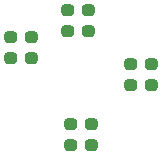
<source format=gbr>
G04 #@! TF.GenerationSoftware,KiCad,Pcbnew,(5.1.0)-1*
G04 #@! TF.CreationDate,2019-03-25T06:45:32-06:00*
G04 #@! TF.ProjectId,ParkingSystem,5061726b-696e-4675-9379-7374656d2e6b,v01*
G04 #@! TF.SameCoordinates,Original*
G04 #@! TF.FileFunction,Paste,Bot*
G04 #@! TF.FilePolarity,Positive*
%FSLAX46Y46*%
G04 Gerber Fmt 4.6, Leading zero omitted, Abs format (unit mm)*
G04 Created by KiCad (PCBNEW (5.1.0)-1) date 2019-03-25 06:45:32*
%MOMM*%
%LPD*%
G04 APERTURE LIST*
%ADD10C,0.100000*%
%ADD11C,0.950000*%
G04 APERTURE END LIST*
D10*
G36*
X95955779Y-56168144D02*
G01*
X95978834Y-56171563D01*
X96001443Y-56177227D01*
X96023387Y-56185079D01*
X96044457Y-56195044D01*
X96064448Y-56207026D01*
X96083168Y-56220910D01*
X96100438Y-56236562D01*
X96116090Y-56253832D01*
X96129974Y-56272552D01*
X96141956Y-56292543D01*
X96151921Y-56313613D01*
X96159773Y-56335557D01*
X96165437Y-56358166D01*
X96168856Y-56381221D01*
X96170000Y-56404500D01*
X96170000Y-56879500D01*
X96168856Y-56902779D01*
X96165437Y-56925834D01*
X96159773Y-56948443D01*
X96151921Y-56970387D01*
X96141956Y-56991457D01*
X96129974Y-57011448D01*
X96116090Y-57030168D01*
X96100438Y-57047438D01*
X96083168Y-57063090D01*
X96064448Y-57076974D01*
X96044457Y-57088956D01*
X96023387Y-57098921D01*
X96001443Y-57106773D01*
X95978834Y-57112437D01*
X95955779Y-57115856D01*
X95932500Y-57117000D01*
X95357500Y-57117000D01*
X95334221Y-57115856D01*
X95311166Y-57112437D01*
X95288557Y-57106773D01*
X95266613Y-57098921D01*
X95245543Y-57088956D01*
X95225552Y-57076974D01*
X95206832Y-57063090D01*
X95189562Y-57047438D01*
X95173910Y-57030168D01*
X95160026Y-57011448D01*
X95148044Y-56991457D01*
X95138079Y-56970387D01*
X95130227Y-56948443D01*
X95124563Y-56925834D01*
X95121144Y-56902779D01*
X95120000Y-56879500D01*
X95120000Y-56404500D01*
X95121144Y-56381221D01*
X95124563Y-56358166D01*
X95130227Y-56335557D01*
X95138079Y-56313613D01*
X95148044Y-56292543D01*
X95160026Y-56272552D01*
X95173910Y-56253832D01*
X95189562Y-56236562D01*
X95206832Y-56220910D01*
X95225552Y-56207026D01*
X95245543Y-56195044D01*
X95266613Y-56185079D01*
X95288557Y-56177227D01*
X95311166Y-56171563D01*
X95334221Y-56168144D01*
X95357500Y-56167000D01*
X95932500Y-56167000D01*
X95955779Y-56168144D01*
X95955779Y-56168144D01*
G37*
D11*
X95645000Y-56642000D03*
D10*
G36*
X97705779Y-56168144D02*
G01*
X97728834Y-56171563D01*
X97751443Y-56177227D01*
X97773387Y-56185079D01*
X97794457Y-56195044D01*
X97814448Y-56207026D01*
X97833168Y-56220910D01*
X97850438Y-56236562D01*
X97866090Y-56253832D01*
X97879974Y-56272552D01*
X97891956Y-56292543D01*
X97901921Y-56313613D01*
X97909773Y-56335557D01*
X97915437Y-56358166D01*
X97918856Y-56381221D01*
X97920000Y-56404500D01*
X97920000Y-56879500D01*
X97918856Y-56902779D01*
X97915437Y-56925834D01*
X97909773Y-56948443D01*
X97901921Y-56970387D01*
X97891956Y-56991457D01*
X97879974Y-57011448D01*
X97866090Y-57030168D01*
X97850438Y-57047438D01*
X97833168Y-57063090D01*
X97814448Y-57076974D01*
X97794457Y-57088956D01*
X97773387Y-57098921D01*
X97751443Y-57106773D01*
X97728834Y-57112437D01*
X97705779Y-57115856D01*
X97682500Y-57117000D01*
X97107500Y-57117000D01*
X97084221Y-57115856D01*
X97061166Y-57112437D01*
X97038557Y-57106773D01*
X97016613Y-57098921D01*
X96995543Y-57088956D01*
X96975552Y-57076974D01*
X96956832Y-57063090D01*
X96939562Y-57047438D01*
X96923910Y-57030168D01*
X96910026Y-57011448D01*
X96898044Y-56991457D01*
X96888079Y-56970387D01*
X96880227Y-56948443D01*
X96874563Y-56925834D01*
X96871144Y-56902779D01*
X96870000Y-56879500D01*
X96870000Y-56404500D01*
X96871144Y-56381221D01*
X96874563Y-56358166D01*
X96880227Y-56335557D01*
X96888079Y-56313613D01*
X96898044Y-56292543D01*
X96910026Y-56272552D01*
X96923910Y-56253832D01*
X96939562Y-56236562D01*
X96956832Y-56220910D01*
X96975552Y-56207026D01*
X96995543Y-56195044D01*
X97016613Y-56185079D01*
X97038557Y-56177227D01*
X97061166Y-56171563D01*
X97084221Y-56168144D01*
X97107500Y-56167000D01*
X97682500Y-56167000D01*
X97705779Y-56168144D01*
X97705779Y-56168144D01*
G37*
D11*
X97395000Y-56642000D03*
D10*
G36*
X101035779Y-63534144D02*
G01*
X101058834Y-63537563D01*
X101081443Y-63543227D01*
X101103387Y-63551079D01*
X101124457Y-63561044D01*
X101144448Y-63573026D01*
X101163168Y-63586910D01*
X101180438Y-63602562D01*
X101196090Y-63619832D01*
X101209974Y-63638552D01*
X101221956Y-63658543D01*
X101231921Y-63679613D01*
X101239773Y-63701557D01*
X101245437Y-63724166D01*
X101248856Y-63747221D01*
X101250000Y-63770500D01*
X101250000Y-64245500D01*
X101248856Y-64268779D01*
X101245437Y-64291834D01*
X101239773Y-64314443D01*
X101231921Y-64336387D01*
X101221956Y-64357457D01*
X101209974Y-64377448D01*
X101196090Y-64396168D01*
X101180438Y-64413438D01*
X101163168Y-64429090D01*
X101144448Y-64442974D01*
X101124457Y-64454956D01*
X101103387Y-64464921D01*
X101081443Y-64472773D01*
X101058834Y-64478437D01*
X101035779Y-64481856D01*
X101012500Y-64483000D01*
X100437500Y-64483000D01*
X100414221Y-64481856D01*
X100391166Y-64478437D01*
X100368557Y-64472773D01*
X100346613Y-64464921D01*
X100325543Y-64454956D01*
X100305552Y-64442974D01*
X100286832Y-64429090D01*
X100269562Y-64413438D01*
X100253910Y-64396168D01*
X100240026Y-64377448D01*
X100228044Y-64357457D01*
X100218079Y-64336387D01*
X100210227Y-64314443D01*
X100204563Y-64291834D01*
X100201144Y-64268779D01*
X100200000Y-64245500D01*
X100200000Y-63770500D01*
X100201144Y-63747221D01*
X100204563Y-63724166D01*
X100210227Y-63701557D01*
X100218079Y-63679613D01*
X100228044Y-63658543D01*
X100240026Y-63638552D01*
X100253910Y-63619832D01*
X100269562Y-63602562D01*
X100286832Y-63586910D01*
X100305552Y-63573026D01*
X100325543Y-63561044D01*
X100346613Y-63551079D01*
X100368557Y-63543227D01*
X100391166Y-63537563D01*
X100414221Y-63534144D01*
X100437500Y-63533000D01*
X101012500Y-63533000D01*
X101035779Y-63534144D01*
X101035779Y-63534144D01*
G37*
D11*
X100725000Y-64008000D03*
D10*
G36*
X102785779Y-63534144D02*
G01*
X102808834Y-63537563D01*
X102831443Y-63543227D01*
X102853387Y-63551079D01*
X102874457Y-63561044D01*
X102894448Y-63573026D01*
X102913168Y-63586910D01*
X102930438Y-63602562D01*
X102946090Y-63619832D01*
X102959974Y-63638552D01*
X102971956Y-63658543D01*
X102981921Y-63679613D01*
X102989773Y-63701557D01*
X102995437Y-63724166D01*
X102998856Y-63747221D01*
X103000000Y-63770500D01*
X103000000Y-64245500D01*
X102998856Y-64268779D01*
X102995437Y-64291834D01*
X102989773Y-64314443D01*
X102981921Y-64336387D01*
X102971956Y-64357457D01*
X102959974Y-64377448D01*
X102946090Y-64396168D01*
X102930438Y-64413438D01*
X102913168Y-64429090D01*
X102894448Y-64442974D01*
X102874457Y-64454956D01*
X102853387Y-64464921D01*
X102831443Y-64472773D01*
X102808834Y-64478437D01*
X102785779Y-64481856D01*
X102762500Y-64483000D01*
X102187500Y-64483000D01*
X102164221Y-64481856D01*
X102141166Y-64478437D01*
X102118557Y-64472773D01*
X102096613Y-64464921D01*
X102075543Y-64454956D01*
X102055552Y-64442974D01*
X102036832Y-64429090D01*
X102019562Y-64413438D01*
X102003910Y-64396168D01*
X101990026Y-64377448D01*
X101978044Y-64357457D01*
X101968079Y-64336387D01*
X101960227Y-64314443D01*
X101954563Y-64291834D01*
X101951144Y-64268779D01*
X101950000Y-64245500D01*
X101950000Y-63770500D01*
X101951144Y-63747221D01*
X101954563Y-63724166D01*
X101960227Y-63701557D01*
X101968079Y-63679613D01*
X101978044Y-63658543D01*
X101990026Y-63638552D01*
X102003910Y-63619832D01*
X102019562Y-63602562D01*
X102036832Y-63586910D01*
X102055552Y-63573026D01*
X102075543Y-63561044D01*
X102096613Y-63551079D01*
X102118557Y-63543227D01*
X102141166Y-63537563D01*
X102164221Y-63534144D01*
X102187500Y-63533000D01*
X102762500Y-63533000D01*
X102785779Y-63534144D01*
X102785779Y-63534144D01*
G37*
D11*
X102475000Y-64008000D03*
D10*
G36*
X106115779Y-56676144D02*
G01*
X106138834Y-56679563D01*
X106161443Y-56685227D01*
X106183387Y-56693079D01*
X106204457Y-56703044D01*
X106224448Y-56715026D01*
X106243168Y-56728910D01*
X106260438Y-56744562D01*
X106276090Y-56761832D01*
X106289974Y-56780552D01*
X106301956Y-56800543D01*
X106311921Y-56821613D01*
X106319773Y-56843557D01*
X106325437Y-56866166D01*
X106328856Y-56889221D01*
X106330000Y-56912500D01*
X106330000Y-57387500D01*
X106328856Y-57410779D01*
X106325437Y-57433834D01*
X106319773Y-57456443D01*
X106311921Y-57478387D01*
X106301956Y-57499457D01*
X106289974Y-57519448D01*
X106276090Y-57538168D01*
X106260438Y-57555438D01*
X106243168Y-57571090D01*
X106224448Y-57584974D01*
X106204457Y-57596956D01*
X106183387Y-57606921D01*
X106161443Y-57614773D01*
X106138834Y-57620437D01*
X106115779Y-57623856D01*
X106092500Y-57625000D01*
X105517500Y-57625000D01*
X105494221Y-57623856D01*
X105471166Y-57620437D01*
X105448557Y-57614773D01*
X105426613Y-57606921D01*
X105405543Y-57596956D01*
X105385552Y-57584974D01*
X105366832Y-57571090D01*
X105349562Y-57555438D01*
X105333910Y-57538168D01*
X105320026Y-57519448D01*
X105308044Y-57499457D01*
X105298079Y-57478387D01*
X105290227Y-57456443D01*
X105284563Y-57433834D01*
X105281144Y-57410779D01*
X105280000Y-57387500D01*
X105280000Y-56912500D01*
X105281144Y-56889221D01*
X105284563Y-56866166D01*
X105290227Y-56843557D01*
X105298079Y-56821613D01*
X105308044Y-56800543D01*
X105320026Y-56780552D01*
X105333910Y-56761832D01*
X105349562Y-56744562D01*
X105366832Y-56728910D01*
X105385552Y-56715026D01*
X105405543Y-56703044D01*
X105426613Y-56693079D01*
X105448557Y-56685227D01*
X105471166Y-56679563D01*
X105494221Y-56676144D01*
X105517500Y-56675000D01*
X106092500Y-56675000D01*
X106115779Y-56676144D01*
X106115779Y-56676144D01*
G37*
D11*
X105805000Y-57150000D03*
D10*
G36*
X107865779Y-56676144D02*
G01*
X107888834Y-56679563D01*
X107911443Y-56685227D01*
X107933387Y-56693079D01*
X107954457Y-56703044D01*
X107974448Y-56715026D01*
X107993168Y-56728910D01*
X108010438Y-56744562D01*
X108026090Y-56761832D01*
X108039974Y-56780552D01*
X108051956Y-56800543D01*
X108061921Y-56821613D01*
X108069773Y-56843557D01*
X108075437Y-56866166D01*
X108078856Y-56889221D01*
X108080000Y-56912500D01*
X108080000Y-57387500D01*
X108078856Y-57410779D01*
X108075437Y-57433834D01*
X108069773Y-57456443D01*
X108061921Y-57478387D01*
X108051956Y-57499457D01*
X108039974Y-57519448D01*
X108026090Y-57538168D01*
X108010438Y-57555438D01*
X107993168Y-57571090D01*
X107974448Y-57584974D01*
X107954457Y-57596956D01*
X107933387Y-57606921D01*
X107911443Y-57614773D01*
X107888834Y-57620437D01*
X107865779Y-57623856D01*
X107842500Y-57625000D01*
X107267500Y-57625000D01*
X107244221Y-57623856D01*
X107221166Y-57620437D01*
X107198557Y-57614773D01*
X107176613Y-57606921D01*
X107155543Y-57596956D01*
X107135552Y-57584974D01*
X107116832Y-57571090D01*
X107099562Y-57555438D01*
X107083910Y-57538168D01*
X107070026Y-57519448D01*
X107058044Y-57499457D01*
X107048079Y-57478387D01*
X107040227Y-57456443D01*
X107034563Y-57433834D01*
X107031144Y-57410779D01*
X107030000Y-57387500D01*
X107030000Y-56912500D01*
X107031144Y-56889221D01*
X107034563Y-56866166D01*
X107040227Y-56843557D01*
X107048079Y-56821613D01*
X107058044Y-56800543D01*
X107070026Y-56780552D01*
X107083910Y-56761832D01*
X107099562Y-56744562D01*
X107116832Y-56728910D01*
X107135552Y-56715026D01*
X107155543Y-56703044D01*
X107176613Y-56693079D01*
X107198557Y-56685227D01*
X107221166Y-56679563D01*
X107244221Y-56676144D01*
X107267500Y-56675000D01*
X107842500Y-56675000D01*
X107865779Y-56676144D01*
X107865779Y-56676144D01*
G37*
D11*
X107555000Y-57150000D03*
D10*
G36*
X101035779Y-61756144D02*
G01*
X101058834Y-61759563D01*
X101081443Y-61765227D01*
X101103387Y-61773079D01*
X101124457Y-61783044D01*
X101144448Y-61795026D01*
X101163168Y-61808910D01*
X101180438Y-61824562D01*
X101196090Y-61841832D01*
X101209974Y-61860552D01*
X101221956Y-61880543D01*
X101231921Y-61901613D01*
X101239773Y-61923557D01*
X101245437Y-61946166D01*
X101248856Y-61969221D01*
X101250000Y-61992500D01*
X101250000Y-62467500D01*
X101248856Y-62490779D01*
X101245437Y-62513834D01*
X101239773Y-62536443D01*
X101231921Y-62558387D01*
X101221956Y-62579457D01*
X101209974Y-62599448D01*
X101196090Y-62618168D01*
X101180438Y-62635438D01*
X101163168Y-62651090D01*
X101144448Y-62664974D01*
X101124457Y-62676956D01*
X101103387Y-62686921D01*
X101081443Y-62694773D01*
X101058834Y-62700437D01*
X101035779Y-62703856D01*
X101012500Y-62705000D01*
X100437500Y-62705000D01*
X100414221Y-62703856D01*
X100391166Y-62700437D01*
X100368557Y-62694773D01*
X100346613Y-62686921D01*
X100325543Y-62676956D01*
X100305552Y-62664974D01*
X100286832Y-62651090D01*
X100269562Y-62635438D01*
X100253910Y-62618168D01*
X100240026Y-62599448D01*
X100228044Y-62579457D01*
X100218079Y-62558387D01*
X100210227Y-62536443D01*
X100204563Y-62513834D01*
X100201144Y-62490779D01*
X100200000Y-62467500D01*
X100200000Y-61992500D01*
X100201144Y-61969221D01*
X100204563Y-61946166D01*
X100210227Y-61923557D01*
X100218079Y-61901613D01*
X100228044Y-61880543D01*
X100240026Y-61860552D01*
X100253910Y-61841832D01*
X100269562Y-61824562D01*
X100286832Y-61808910D01*
X100305552Y-61795026D01*
X100325543Y-61783044D01*
X100346613Y-61773079D01*
X100368557Y-61765227D01*
X100391166Y-61759563D01*
X100414221Y-61756144D01*
X100437500Y-61755000D01*
X101012500Y-61755000D01*
X101035779Y-61756144D01*
X101035779Y-61756144D01*
G37*
D11*
X100725000Y-62230000D03*
D10*
G36*
X102785779Y-61756144D02*
G01*
X102808834Y-61759563D01*
X102831443Y-61765227D01*
X102853387Y-61773079D01*
X102874457Y-61783044D01*
X102894448Y-61795026D01*
X102913168Y-61808910D01*
X102930438Y-61824562D01*
X102946090Y-61841832D01*
X102959974Y-61860552D01*
X102971956Y-61880543D01*
X102981921Y-61901613D01*
X102989773Y-61923557D01*
X102995437Y-61946166D01*
X102998856Y-61969221D01*
X103000000Y-61992500D01*
X103000000Y-62467500D01*
X102998856Y-62490779D01*
X102995437Y-62513834D01*
X102989773Y-62536443D01*
X102981921Y-62558387D01*
X102971956Y-62579457D01*
X102959974Y-62599448D01*
X102946090Y-62618168D01*
X102930438Y-62635438D01*
X102913168Y-62651090D01*
X102894448Y-62664974D01*
X102874457Y-62676956D01*
X102853387Y-62686921D01*
X102831443Y-62694773D01*
X102808834Y-62700437D01*
X102785779Y-62703856D01*
X102762500Y-62705000D01*
X102187500Y-62705000D01*
X102164221Y-62703856D01*
X102141166Y-62700437D01*
X102118557Y-62694773D01*
X102096613Y-62686921D01*
X102075543Y-62676956D01*
X102055552Y-62664974D01*
X102036832Y-62651090D01*
X102019562Y-62635438D01*
X102003910Y-62618168D01*
X101990026Y-62599448D01*
X101978044Y-62579457D01*
X101968079Y-62558387D01*
X101960227Y-62536443D01*
X101954563Y-62513834D01*
X101951144Y-62490779D01*
X101950000Y-62467500D01*
X101950000Y-61992500D01*
X101951144Y-61969221D01*
X101954563Y-61946166D01*
X101960227Y-61923557D01*
X101968079Y-61901613D01*
X101978044Y-61880543D01*
X101990026Y-61860552D01*
X102003910Y-61841832D01*
X102019562Y-61824562D01*
X102036832Y-61808910D01*
X102055552Y-61795026D01*
X102075543Y-61783044D01*
X102096613Y-61773079D01*
X102118557Y-61765227D01*
X102141166Y-61759563D01*
X102164221Y-61756144D01*
X102187500Y-61755000D01*
X102762500Y-61755000D01*
X102785779Y-61756144D01*
X102785779Y-61756144D01*
G37*
D11*
X102475000Y-62230000D03*
D10*
G36*
X106115779Y-58454144D02*
G01*
X106138834Y-58457563D01*
X106161443Y-58463227D01*
X106183387Y-58471079D01*
X106204457Y-58481044D01*
X106224448Y-58493026D01*
X106243168Y-58506910D01*
X106260438Y-58522562D01*
X106276090Y-58539832D01*
X106289974Y-58558552D01*
X106301956Y-58578543D01*
X106311921Y-58599613D01*
X106319773Y-58621557D01*
X106325437Y-58644166D01*
X106328856Y-58667221D01*
X106330000Y-58690500D01*
X106330000Y-59165500D01*
X106328856Y-59188779D01*
X106325437Y-59211834D01*
X106319773Y-59234443D01*
X106311921Y-59256387D01*
X106301956Y-59277457D01*
X106289974Y-59297448D01*
X106276090Y-59316168D01*
X106260438Y-59333438D01*
X106243168Y-59349090D01*
X106224448Y-59362974D01*
X106204457Y-59374956D01*
X106183387Y-59384921D01*
X106161443Y-59392773D01*
X106138834Y-59398437D01*
X106115779Y-59401856D01*
X106092500Y-59403000D01*
X105517500Y-59403000D01*
X105494221Y-59401856D01*
X105471166Y-59398437D01*
X105448557Y-59392773D01*
X105426613Y-59384921D01*
X105405543Y-59374956D01*
X105385552Y-59362974D01*
X105366832Y-59349090D01*
X105349562Y-59333438D01*
X105333910Y-59316168D01*
X105320026Y-59297448D01*
X105308044Y-59277457D01*
X105298079Y-59256387D01*
X105290227Y-59234443D01*
X105284563Y-59211834D01*
X105281144Y-59188779D01*
X105280000Y-59165500D01*
X105280000Y-58690500D01*
X105281144Y-58667221D01*
X105284563Y-58644166D01*
X105290227Y-58621557D01*
X105298079Y-58599613D01*
X105308044Y-58578543D01*
X105320026Y-58558552D01*
X105333910Y-58539832D01*
X105349562Y-58522562D01*
X105366832Y-58506910D01*
X105385552Y-58493026D01*
X105405543Y-58481044D01*
X105426613Y-58471079D01*
X105448557Y-58463227D01*
X105471166Y-58457563D01*
X105494221Y-58454144D01*
X105517500Y-58453000D01*
X106092500Y-58453000D01*
X106115779Y-58454144D01*
X106115779Y-58454144D01*
G37*
D11*
X105805000Y-58928000D03*
D10*
G36*
X107865779Y-58454144D02*
G01*
X107888834Y-58457563D01*
X107911443Y-58463227D01*
X107933387Y-58471079D01*
X107954457Y-58481044D01*
X107974448Y-58493026D01*
X107993168Y-58506910D01*
X108010438Y-58522562D01*
X108026090Y-58539832D01*
X108039974Y-58558552D01*
X108051956Y-58578543D01*
X108061921Y-58599613D01*
X108069773Y-58621557D01*
X108075437Y-58644166D01*
X108078856Y-58667221D01*
X108080000Y-58690500D01*
X108080000Y-59165500D01*
X108078856Y-59188779D01*
X108075437Y-59211834D01*
X108069773Y-59234443D01*
X108061921Y-59256387D01*
X108051956Y-59277457D01*
X108039974Y-59297448D01*
X108026090Y-59316168D01*
X108010438Y-59333438D01*
X107993168Y-59349090D01*
X107974448Y-59362974D01*
X107954457Y-59374956D01*
X107933387Y-59384921D01*
X107911443Y-59392773D01*
X107888834Y-59398437D01*
X107865779Y-59401856D01*
X107842500Y-59403000D01*
X107267500Y-59403000D01*
X107244221Y-59401856D01*
X107221166Y-59398437D01*
X107198557Y-59392773D01*
X107176613Y-59384921D01*
X107155543Y-59374956D01*
X107135552Y-59362974D01*
X107116832Y-59349090D01*
X107099562Y-59333438D01*
X107083910Y-59316168D01*
X107070026Y-59297448D01*
X107058044Y-59277457D01*
X107048079Y-59256387D01*
X107040227Y-59234443D01*
X107034563Y-59211834D01*
X107031144Y-59188779D01*
X107030000Y-59165500D01*
X107030000Y-58690500D01*
X107031144Y-58667221D01*
X107034563Y-58644166D01*
X107040227Y-58621557D01*
X107048079Y-58599613D01*
X107058044Y-58578543D01*
X107070026Y-58558552D01*
X107083910Y-58539832D01*
X107099562Y-58522562D01*
X107116832Y-58506910D01*
X107135552Y-58493026D01*
X107155543Y-58481044D01*
X107176613Y-58471079D01*
X107198557Y-58463227D01*
X107221166Y-58457563D01*
X107244221Y-58454144D01*
X107267500Y-58453000D01*
X107842500Y-58453000D01*
X107865779Y-58454144D01*
X107865779Y-58454144D01*
G37*
D11*
X107555000Y-58928000D03*
D10*
G36*
X95955779Y-54390144D02*
G01*
X95978834Y-54393563D01*
X96001443Y-54399227D01*
X96023387Y-54407079D01*
X96044457Y-54417044D01*
X96064448Y-54429026D01*
X96083168Y-54442910D01*
X96100438Y-54458562D01*
X96116090Y-54475832D01*
X96129974Y-54494552D01*
X96141956Y-54514543D01*
X96151921Y-54535613D01*
X96159773Y-54557557D01*
X96165437Y-54580166D01*
X96168856Y-54603221D01*
X96170000Y-54626500D01*
X96170000Y-55101500D01*
X96168856Y-55124779D01*
X96165437Y-55147834D01*
X96159773Y-55170443D01*
X96151921Y-55192387D01*
X96141956Y-55213457D01*
X96129974Y-55233448D01*
X96116090Y-55252168D01*
X96100438Y-55269438D01*
X96083168Y-55285090D01*
X96064448Y-55298974D01*
X96044457Y-55310956D01*
X96023387Y-55320921D01*
X96001443Y-55328773D01*
X95978834Y-55334437D01*
X95955779Y-55337856D01*
X95932500Y-55339000D01*
X95357500Y-55339000D01*
X95334221Y-55337856D01*
X95311166Y-55334437D01*
X95288557Y-55328773D01*
X95266613Y-55320921D01*
X95245543Y-55310956D01*
X95225552Y-55298974D01*
X95206832Y-55285090D01*
X95189562Y-55269438D01*
X95173910Y-55252168D01*
X95160026Y-55233448D01*
X95148044Y-55213457D01*
X95138079Y-55192387D01*
X95130227Y-55170443D01*
X95124563Y-55147834D01*
X95121144Y-55124779D01*
X95120000Y-55101500D01*
X95120000Y-54626500D01*
X95121144Y-54603221D01*
X95124563Y-54580166D01*
X95130227Y-54557557D01*
X95138079Y-54535613D01*
X95148044Y-54514543D01*
X95160026Y-54494552D01*
X95173910Y-54475832D01*
X95189562Y-54458562D01*
X95206832Y-54442910D01*
X95225552Y-54429026D01*
X95245543Y-54417044D01*
X95266613Y-54407079D01*
X95288557Y-54399227D01*
X95311166Y-54393563D01*
X95334221Y-54390144D01*
X95357500Y-54389000D01*
X95932500Y-54389000D01*
X95955779Y-54390144D01*
X95955779Y-54390144D01*
G37*
D11*
X95645000Y-54864000D03*
D10*
G36*
X97705779Y-54390144D02*
G01*
X97728834Y-54393563D01*
X97751443Y-54399227D01*
X97773387Y-54407079D01*
X97794457Y-54417044D01*
X97814448Y-54429026D01*
X97833168Y-54442910D01*
X97850438Y-54458562D01*
X97866090Y-54475832D01*
X97879974Y-54494552D01*
X97891956Y-54514543D01*
X97901921Y-54535613D01*
X97909773Y-54557557D01*
X97915437Y-54580166D01*
X97918856Y-54603221D01*
X97920000Y-54626500D01*
X97920000Y-55101500D01*
X97918856Y-55124779D01*
X97915437Y-55147834D01*
X97909773Y-55170443D01*
X97901921Y-55192387D01*
X97891956Y-55213457D01*
X97879974Y-55233448D01*
X97866090Y-55252168D01*
X97850438Y-55269438D01*
X97833168Y-55285090D01*
X97814448Y-55298974D01*
X97794457Y-55310956D01*
X97773387Y-55320921D01*
X97751443Y-55328773D01*
X97728834Y-55334437D01*
X97705779Y-55337856D01*
X97682500Y-55339000D01*
X97107500Y-55339000D01*
X97084221Y-55337856D01*
X97061166Y-55334437D01*
X97038557Y-55328773D01*
X97016613Y-55320921D01*
X96995543Y-55310956D01*
X96975552Y-55298974D01*
X96956832Y-55285090D01*
X96939562Y-55269438D01*
X96923910Y-55252168D01*
X96910026Y-55233448D01*
X96898044Y-55213457D01*
X96888079Y-55192387D01*
X96880227Y-55170443D01*
X96874563Y-55147834D01*
X96871144Y-55124779D01*
X96870000Y-55101500D01*
X96870000Y-54626500D01*
X96871144Y-54603221D01*
X96874563Y-54580166D01*
X96880227Y-54557557D01*
X96888079Y-54535613D01*
X96898044Y-54514543D01*
X96910026Y-54494552D01*
X96923910Y-54475832D01*
X96939562Y-54458562D01*
X96956832Y-54442910D01*
X96975552Y-54429026D01*
X96995543Y-54417044D01*
X97016613Y-54407079D01*
X97038557Y-54399227D01*
X97061166Y-54393563D01*
X97084221Y-54390144D01*
X97107500Y-54389000D01*
X97682500Y-54389000D01*
X97705779Y-54390144D01*
X97705779Y-54390144D01*
G37*
D11*
X97395000Y-54864000D03*
D10*
G36*
X100781779Y-52104144D02*
G01*
X100804834Y-52107563D01*
X100827443Y-52113227D01*
X100849387Y-52121079D01*
X100870457Y-52131044D01*
X100890448Y-52143026D01*
X100909168Y-52156910D01*
X100926438Y-52172562D01*
X100942090Y-52189832D01*
X100955974Y-52208552D01*
X100967956Y-52228543D01*
X100977921Y-52249613D01*
X100985773Y-52271557D01*
X100991437Y-52294166D01*
X100994856Y-52317221D01*
X100996000Y-52340500D01*
X100996000Y-52815500D01*
X100994856Y-52838779D01*
X100991437Y-52861834D01*
X100985773Y-52884443D01*
X100977921Y-52906387D01*
X100967956Y-52927457D01*
X100955974Y-52947448D01*
X100942090Y-52966168D01*
X100926438Y-52983438D01*
X100909168Y-52999090D01*
X100890448Y-53012974D01*
X100870457Y-53024956D01*
X100849387Y-53034921D01*
X100827443Y-53042773D01*
X100804834Y-53048437D01*
X100781779Y-53051856D01*
X100758500Y-53053000D01*
X100183500Y-53053000D01*
X100160221Y-53051856D01*
X100137166Y-53048437D01*
X100114557Y-53042773D01*
X100092613Y-53034921D01*
X100071543Y-53024956D01*
X100051552Y-53012974D01*
X100032832Y-52999090D01*
X100015562Y-52983438D01*
X99999910Y-52966168D01*
X99986026Y-52947448D01*
X99974044Y-52927457D01*
X99964079Y-52906387D01*
X99956227Y-52884443D01*
X99950563Y-52861834D01*
X99947144Y-52838779D01*
X99946000Y-52815500D01*
X99946000Y-52340500D01*
X99947144Y-52317221D01*
X99950563Y-52294166D01*
X99956227Y-52271557D01*
X99964079Y-52249613D01*
X99974044Y-52228543D01*
X99986026Y-52208552D01*
X99999910Y-52189832D01*
X100015562Y-52172562D01*
X100032832Y-52156910D01*
X100051552Y-52143026D01*
X100071543Y-52131044D01*
X100092613Y-52121079D01*
X100114557Y-52113227D01*
X100137166Y-52107563D01*
X100160221Y-52104144D01*
X100183500Y-52103000D01*
X100758500Y-52103000D01*
X100781779Y-52104144D01*
X100781779Y-52104144D01*
G37*
D11*
X100471000Y-52578000D03*
D10*
G36*
X102531779Y-52104144D02*
G01*
X102554834Y-52107563D01*
X102577443Y-52113227D01*
X102599387Y-52121079D01*
X102620457Y-52131044D01*
X102640448Y-52143026D01*
X102659168Y-52156910D01*
X102676438Y-52172562D01*
X102692090Y-52189832D01*
X102705974Y-52208552D01*
X102717956Y-52228543D01*
X102727921Y-52249613D01*
X102735773Y-52271557D01*
X102741437Y-52294166D01*
X102744856Y-52317221D01*
X102746000Y-52340500D01*
X102746000Y-52815500D01*
X102744856Y-52838779D01*
X102741437Y-52861834D01*
X102735773Y-52884443D01*
X102727921Y-52906387D01*
X102717956Y-52927457D01*
X102705974Y-52947448D01*
X102692090Y-52966168D01*
X102676438Y-52983438D01*
X102659168Y-52999090D01*
X102640448Y-53012974D01*
X102620457Y-53024956D01*
X102599387Y-53034921D01*
X102577443Y-53042773D01*
X102554834Y-53048437D01*
X102531779Y-53051856D01*
X102508500Y-53053000D01*
X101933500Y-53053000D01*
X101910221Y-53051856D01*
X101887166Y-53048437D01*
X101864557Y-53042773D01*
X101842613Y-53034921D01*
X101821543Y-53024956D01*
X101801552Y-53012974D01*
X101782832Y-52999090D01*
X101765562Y-52983438D01*
X101749910Y-52966168D01*
X101736026Y-52947448D01*
X101724044Y-52927457D01*
X101714079Y-52906387D01*
X101706227Y-52884443D01*
X101700563Y-52861834D01*
X101697144Y-52838779D01*
X101696000Y-52815500D01*
X101696000Y-52340500D01*
X101697144Y-52317221D01*
X101700563Y-52294166D01*
X101706227Y-52271557D01*
X101714079Y-52249613D01*
X101724044Y-52228543D01*
X101736026Y-52208552D01*
X101749910Y-52189832D01*
X101765562Y-52172562D01*
X101782832Y-52156910D01*
X101801552Y-52143026D01*
X101821543Y-52131044D01*
X101842613Y-52121079D01*
X101864557Y-52113227D01*
X101887166Y-52107563D01*
X101910221Y-52104144D01*
X101933500Y-52103000D01*
X102508500Y-52103000D01*
X102531779Y-52104144D01*
X102531779Y-52104144D01*
G37*
D11*
X102221000Y-52578000D03*
D10*
G36*
X100781779Y-53882144D02*
G01*
X100804834Y-53885563D01*
X100827443Y-53891227D01*
X100849387Y-53899079D01*
X100870457Y-53909044D01*
X100890448Y-53921026D01*
X100909168Y-53934910D01*
X100926438Y-53950562D01*
X100942090Y-53967832D01*
X100955974Y-53986552D01*
X100967956Y-54006543D01*
X100977921Y-54027613D01*
X100985773Y-54049557D01*
X100991437Y-54072166D01*
X100994856Y-54095221D01*
X100996000Y-54118500D01*
X100996000Y-54593500D01*
X100994856Y-54616779D01*
X100991437Y-54639834D01*
X100985773Y-54662443D01*
X100977921Y-54684387D01*
X100967956Y-54705457D01*
X100955974Y-54725448D01*
X100942090Y-54744168D01*
X100926438Y-54761438D01*
X100909168Y-54777090D01*
X100890448Y-54790974D01*
X100870457Y-54802956D01*
X100849387Y-54812921D01*
X100827443Y-54820773D01*
X100804834Y-54826437D01*
X100781779Y-54829856D01*
X100758500Y-54831000D01*
X100183500Y-54831000D01*
X100160221Y-54829856D01*
X100137166Y-54826437D01*
X100114557Y-54820773D01*
X100092613Y-54812921D01*
X100071543Y-54802956D01*
X100051552Y-54790974D01*
X100032832Y-54777090D01*
X100015562Y-54761438D01*
X99999910Y-54744168D01*
X99986026Y-54725448D01*
X99974044Y-54705457D01*
X99964079Y-54684387D01*
X99956227Y-54662443D01*
X99950563Y-54639834D01*
X99947144Y-54616779D01*
X99946000Y-54593500D01*
X99946000Y-54118500D01*
X99947144Y-54095221D01*
X99950563Y-54072166D01*
X99956227Y-54049557D01*
X99964079Y-54027613D01*
X99974044Y-54006543D01*
X99986026Y-53986552D01*
X99999910Y-53967832D01*
X100015562Y-53950562D01*
X100032832Y-53934910D01*
X100051552Y-53921026D01*
X100071543Y-53909044D01*
X100092613Y-53899079D01*
X100114557Y-53891227D01*
X100137166Y-53885563D01*
X100160221Y-53882144D01*
X100183500Y-53881000D01*
X100758500Y-53881000D01*
X100781779Y-53882144D01*
X100781779Y-53882144D01*
G37*
D11*
X100471000Y-54356000D03*
D10*
G36*
X102531779Y-53882144D02*
G01*
X102554834Y-53885563D01*
X102577443Y-53891227D01*
X102599387Y-53899079D01*
X102620457Y-53909044D01*
X102640448Y-53921026D01*
X102659168Y-53934910D01*
X102676438Y-53950562D01*
X102692090Y-53967832D01*
X102705974Y-53986552D01*
X102717956Y-54006543D01*
X102727921Y-54027613D01*
X102735773Y-54049557D01*
X102741437Y-54072166D01*
X102744856Y-54095221D01*
X102746000Y-54118500D01*
X102746000Y-54593500D01*
X102744856Y-54616779D01*
X102741437Y-54639834D01*
X102735773Y-54662443D01*
X102727921Y-54684387D01*
X102717956Y-54705457D01*
X102705974Y-54725448D01*
X102692090Y-54744168D01*
X102676438Y-54761438D01*
X102659168Y-54777090D01*
X102640448Y-54790974D01*
X102620457Y-54802956D01*
X102599387Y-54812921D01*
X102577443Y-54820773D01*
X102554834Y-54826437D01*
X102531779Y-54829856D01*
X102508500Y-54831000D01*
X101933500Y-54831000D01*
X101910221Y-54829856D01*
X101887166Y-54826437D01*
X101864557Y-54820773D01*
X101842613Y-54812921D01*
X101821543Y-54802956D01*
X101801552Y-54790974D01*
X101782832Y-54777090D01*
X101765562Y-54761438D01*
X101749910Y-54744168D01*
X101736026Y-54725448D01*
X101724044Y-54705457D01*
X101714079Y-54684387D01*
X101706227Y-54662443D01*
X101700563Y-54639834D01*
X101697144Y-54616779D01*
X101696000Y-54593500D01*
X101696000Y-54118500D01*
X101697144Y-54095221D01*
X101700563Y-54072166D01*
X101706227Y-54049557D01*
X101714079Y-54027613D01*
X101724044Y-54006543D01*
X101736026Y-53986552D01*
X101749910Y-53967832D01*
X101765562Y-53950562D01*
X101782832Y-53934910D01*
X101801552Y-53921026D01*
X101821543Y-53909044D01*
X101842613Y-53899079D01*
X101864557Y-53891227D01*
X101887166Y-53885563D01*
X101910221Y-53882144D01*
X101933500Y-53881000D01*
X102508500Y-53881000D01*
X102531779Y-53882144D01*
X102531779Y-53882144D01*
G37*
D11*
X102221000Y-54356000D03*
M02*

</source>
